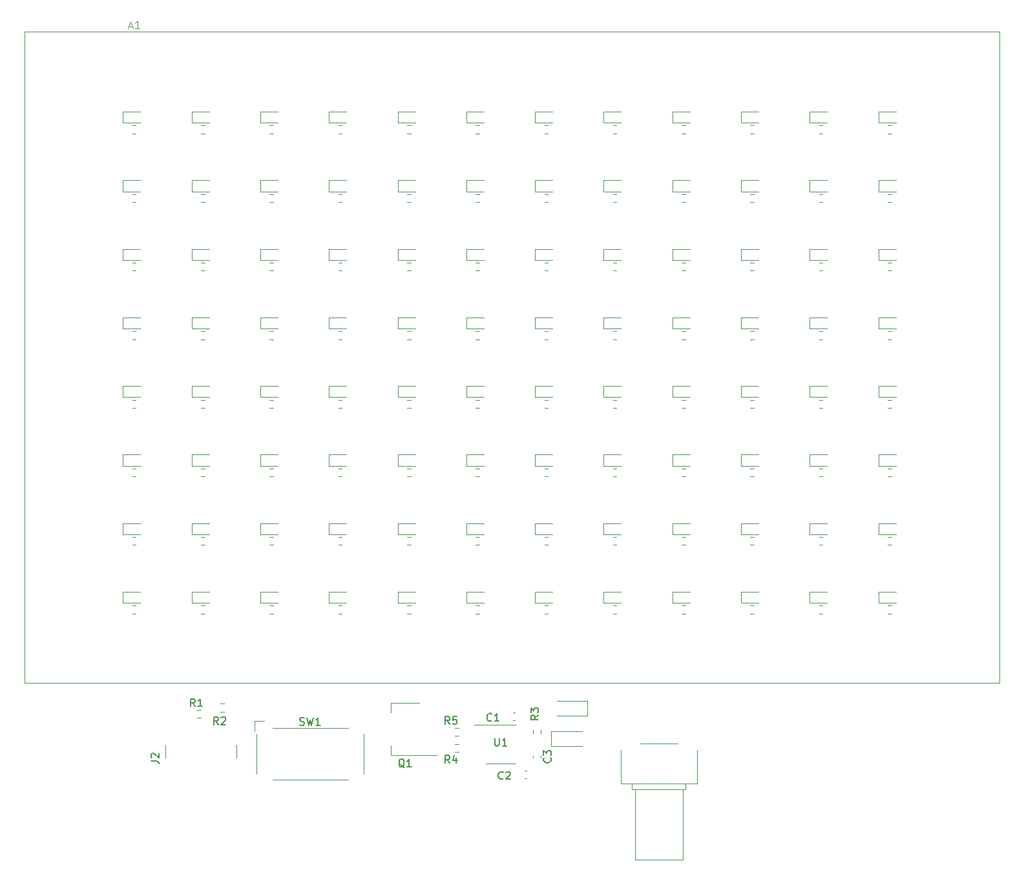
<source format=gbr>
%TF.GenerationSoftware,KiCad,Pcbnew,7.0.10*%
%TF.CreationDate,2024-06-08T12:57:56-05:00*%
%TF.ProjectId,viewer_rev2,76696577-6572-45f7-9265-76322e6b6963,rev?*%
%TF.SameCoordinates,PX62b48e0PY1ba8140*%
%TF.FileFunction,Legend,Top*%
%TF.FilePolarity,Positive*%
%FSLAX46Y46*%
G04 Gerber Fmt 4.6, Leading zero omitted, Abs format (unit mm)*
G04 Created by KiCad (PCBNEW 7.0.10) date 2024-06-08 12:57:56*
%MOMM*%
%LPD*%
G01*
G04 APERTURE LIST*
%ADD10C,0.050000*%
%ADD11C,0.100000*%
%ADD12C,0.150000*%
%ADD13C,0.120000*%
G04 APERTURE END LIST*
D10*
X120000Y-9000000D02*
X127880000Y-9000000D01*
X127880000Y-94480000D01*
X120000Y-94480000D01*
X120000Y-9000000D01*
D11*
X13756265Y-8336704D02*
X14232455Y-8336704D01*
X13661027Y-8622419D02*
X13994360Y-7622419D01*
X13994360Y-7622419D02*
X14327693Y-8622419D01*
X15184836Y-8622419D02*
X14613408Y-8622419D01*
X14899122Y-8622419D02*
X14899122Y-7622419D01*
X14899122Y-7622419D02*
X14803884Y-7765276D01*
X14803884Y-7765276D02*
X14708646Y-7860514D01*
X14708646Y-7860514D02*
X14613408Y-7908133D01*
D12*
X67454819Y-98666666D02*
X66978628Y-98999999D01*
X67454819Y-99238094D02*
X66454819Y-99238094D01*
X66454819Y-99238094D02*
X66454819Y-98857142D01*
X66454819Y-98857142D02*
X66502438Y-98761904D01*
X66502438Y-98761904D02*
X66550057Y-98714285D01*
X66550057Y-98714285D02*
X66645295Y-98666666D01*
X66645295Y-98666666D02*
X66788152Y-98666666D01*
X66788152Y-98666666D02*
X66883390Y-98714285D01*
X66883390Y-98714285D02*
X66931009Y-98761904D01*
X66931009Y-98761904D02*
X66978628Y-98857142D01*
X66978628Y-98857142D02*
X66978628Y-99238094D01*
X66454819Y-98333332D02*
X66454819Y-97714285D01*
X66454819Y-97714285D02*
X66835771Y-98047618D01*
X66835771Y-98047618D02*
X66835771Y-97904761D01*
X66835771Y-97904761D02*
X66883390Y-97809523D01*
X66883390Y-97809523D02*
X66931009Y-97761904D01*
X66931009Y-97761904D02*
X67026247Y-97714285D01*
X67026247Y-97714285D02*
X67264342Y-97714285D01*
X67264342Y-97714285D02*
X67359580Y-97761904D01*
X67359580Y-97761904D02*
X67407200Y-97809523D01*
X67407200Y-97809523D02*
X67454819Y-97904761D01*
X67454819Y-97904761D02*
X67454819Y-98190475D01*
X67454819Y-98190475D02*
X67407200Y-98285713D01*
X67407200Y-98285713D02*
X67359580Y-98333332D01*
X62833333Y-106994580D02*
X62785714Y-107042200D01*
X62785714Y-107042200D02*
X62642857Y-107089819D01*
X62642857Y-107089819D02*
X62547619Y-107089819D01*
X62547619Y-107089819D02*
X62404762Y-107042200D01*
X62404762Y-107042200D02*
X62309524Y-106946961D01*
X62309524Y-106946961D02*
X62261905Y-106851723D01*
X62261905Y-106851723D02*
X62214286Y-106661247D01*
X62214286Y-106661247D02*
X62214286Y-106518390D01*
X62214286Y-106518390D02*
X62261905Y-106327914D01*
X62261905Y-106327914D02*
X62309524Y-106232676D01*
X62309524Y-106232676D02*
X62404762Y-106137438D01*
X62404762Y-106137438D02*
X62547619Y-106089819D01*
X62547619Y-106089819D02*
X62642857Y-106089819D01*
X62642857Y-106089819D02*
X62785714Y-106137438D01*
X62785714Y-106137438D02*
X62833333Y-106185057D01*
X63214286Y-106185057D02*
X63261905Y-106137438D01*
X63261905Y-106137438D02*
X63357143Y-106089819D01*
X63357143Y-106089819D02*
X63595238Y-106089819D01*
X63595238Y-106089819D02*
X63690476Y-106137438D01*
X63690476Y-106137438D02*
X63738095Y-106185057D01*
X63738095Y-106185057D02*
X63785714Y-106280295D01*
X63785714Y-106280295D02*
X63785714Y-106375533D01*
X63785714Y-106375533D02*
X63738095Y-106518390D01*
X63738095Y-106518390D02*
X63166667Y-107089819D01*
X63166667Y-107089819D02*
X63785714Y-107089819D01*
X55833333Y-99854819D02*
X55500000Y-99378628D01*
X55261905Y-99854819D02*
X55261905Y-98854819D01*
X55261905Y-98854819D02*
X55642857Y-98854819D01*
X55642857Y-98854819D02*
X55738095Y-98902438D01*
X55738095Y-98902438D02*
X55785714Y-98950057D01*
X55785714Y-98950057D02*
X55833333Y-99045295D01*
X55833333Y-99045295D02*
X55833333Y-99188152D01*
X55833333Y-99188152D02*
X55785714Y-99283390D01*
X55785714Y-99283390D02*
X55738095Y-99331009D01*
X55738095Y-99331009D02*
X55642857Y-99378628D01*
X55642857Y-99378628D02*
X55261905Y-99378628D01*
X56738095Y-98854819D02*
X56261905Y-98854819D01*
X56261905Y-98854819D02*
X56214286Y-99331009D01*
X56214286Y-99331009D02*
X56261905Y-99283390D01*
X56261905Y-99283390D02*
X56357143Y-99235771D01*
X56357143Y-99235771D02*
X56595238Y-99235771D01*
X56595238Y-99235771D02*
X56690476Y-99283390D01*
X56690476Y-99283390D02*
X56738095Y-99331009D01*
X56738095Y-99331009D02*
X56785714Y-99426247D01*
X56785714Y-99426247D02*
X56785714Y-99664342D01*
X56785714Y-99664342D02*
X56738095Y-99759580D01*
X56738095Y-99759580D02*
X56690476Y-99807200D01*
X56690476Y-99807200D02*
X56595238Y-99854819D01*
X56595238Y-99854819D02*
X56357143Y-99854819D01*
X56357143Y-99854819D02*
X56261905Y-99807200D01*
X56261905Y-99807200D02*
X56214286Y-99759580D01*
X61333333Y-99359580D02*
X61285714Y-99407200D01*
X61285714Y-99407200D02*
X61142857Y-99454819D01*
X61142857Y-99454819D02*
X61047619Y-99454819D01*
X61047619Y-99454819D02*
X60904762Y-99407200D01*
X60904762Y-99407200D02*
X60809524Y-99311961D01*
X60809524Y-99311961D02*
X60761905Y-99216723D01*
X60761905Y-99216723D02*
X60714286Y-99026247D01*
X60714286Y-99026247D02*
X60714286Y-98883390D01*
X60714286Y-98883390D02*
X60761905Y-98692914D01*
X60761905Y-98692914D02*
X60809524Y-98597676D01*
X60809524Y-98597676D02*
X60904762Y-98502438D01*
X60904762Y-98502438D02*
X61047619Y-98454819D01*
X61047619Y-98454819D02*
X61142857Y-98454819D01*
X61142857Y-98454819D02*
X61285714Y-98502438D01*
X61285714Y-98502438D02*
X61333333Y-98550057D01*
X62285714Y-99454819D02*
X61714286Y-99454819D01*
X62000000Y-99454819D02*
X62000000Y-98454819D01*
X62000000Y-98454819D02*
X61904762Y-98597676D01*
X61904762Y-98597676D02*
X61809524Y-98692914D01*
X61809524Y-98692914D02*
X61714286Y-98740533D01*
X22458333Y-97524819D02*
X22125000Y-97048628D01*
X21886905Y-97524819D02*
X21886905Y-96524819D01*
X21886905Y-96524819D02*
X22267857Y-96524819D01*
X22267857Y-96524819D02*
X22363095Y-96572438D01*
X22363095Y-96572438D02*
X22410714Y-96620057D01*
X22410714Y-96620057D02*
X22458333Y-96715295D01*
X22458333Y-96715295D02*
X22458333Y-96858152D01*
X22458333Y-96858152D02*
X22410714Y-96953390D01*
X22410714Y-96953390D02*
X22363095Y-97001009D01*
X22363095Y-97001009D02*
X22267857Y-97048628D01*
X22267857Y-97048628D02*
X21886905Y-97048628D01*
X23410714Y-97524819D02*
X22839286Y-97524819D01*
X23125000Y-97524819D02*
X23125000Y-96524819D01*
X23125000Y-96524819D02*
X23029762Y-96667676D01*
X23029762Y-96667676D02*
X22934524Y-96762914D01*
X22934524Y-96762914D02*
X22839286Y-96810533D01*
X49904761Y-105550057D02*
X49809523Y-105502438D01*
X49809523Y-105502438D02*
X49714285Y-105407200D01*
X49714285Y-105407200D02*
X49571428Y-105264342D01*
X49571428Y-105264342D02*
X49476190Y-105216723D01*
X49476190Y-105216723D02*
X49380952Y-105216723D01*
X49428571Y-105454819D02*
X49333333Y-105407200D01*
X49333333Y-105407200D02*
X49238095Y-105311961D01*
X49238095Y-105311961D02*
X49190476Y-105121485D01*
X49190476Y-105121485D02*
X49190476Y-104788152D01*
X49190476Y-104788152D02*
X49238095Y-104597676D01*
X49238095Y-104597676D02*
X49333333Y-104502438D01*
X49333333Y-104502438D02*
X49428571Y-104454819D01*
X49428571Y-104454819D02*
X49619047Y-104454819D01*
X49619047Y-104454819D02*
X49714285Y-104502438D01*
X49714285Y-104502438D02*
X49809523Y-104597676D01*
X49809523Y-104597676D02*
X49857142Y-104788152D01*
X49857142Y-104788152D02*
X49857142Y-105121485D01*
X49857142Y-105121485D02*
X49809523Y-105311961D01*
X49809523Y-105311961D02*
X49714285Y-105407200D01*
X49714285Y-105407200D02*
X49619047Y-105454819D01*
X49619047Y-105454819D02*
X49428571Y-105454819D01*
X50809523Y-105454819D02*
X50238095Y-105454819D01*
X50523809Y-105454819D02*
X50523809Y-104454819D01*
X50523809Y-104454819D02*
X50428571Y-104597676D01*
X50428571Y-104597676D02*
X50333333Y-104692914D01*
X50333333Y-104692914D02*
X50238095Y-104740533D01*
X36209167Y-99957200D02*
X36352024Y-100004819D01*
X36352024Y-100004819D02*
X36590119Y-100004819D01*
X36590119Y-100004819D02*
X36685357Y-99957200D01*
X36685357Y-99957200D02*
X36732976Y-99909580D01*
X36732976Y-99909580D02*
X36780595Y-99814342D01*
X36780595Y-99814342D02*
X36780595Y-99719104D01*
X36780595Y-99719104D02*
X36732976Y-99623866D01*
X36732976Y-99623866D02*
X36685357Y-99576247D01*
X36685357Y-99576247D02*
X36590119Y-99528628D01*
X36590119Y-99528628D02*
X36399643Y-99481009D01*
X36399643Y-99481009D02*
X36304405Y-99433390D01*
X36304405Y-99433390D02*
X36256786Y-99385771D01*
X36256786Y-99385771D02*
X36209167Y-99290533D01*
X36209167Y-99290533D02*
X36209167Y-99195295D01*
X36209167Y-99195295D02*
X36256786Y-99100057D01*
X36256786Y-99100057D02*
X36304405Y-99052438D01*
X36304405Y-99052438D02*
X36399643Y-99004819D01*
X36399643Y-99004819D02*
X36637738Y-99004819D01*
X36637738Y-99004819D02*
X36780595Y-99052438D01*
X37113929Y-99004819D02*
X37352024Y-100004819D01*
X37352024Y-100004819D02*
X37542500Y-99290533D01*
X37542500Y-99290533D02*
X37732976Y-100004819D01*
X37732976Y-100004819D02*
X37971072Y-99004819D01*
X38875833Y-100004819D02*
X38304405Y-100004819D01*
X38590119Y-100004819D02*
X38590119Y-99004819D01*
X38590119Y-99004819D02*
X38494881Y-99147676D01*
X38494881Y-99147676D02*
X38399643Y-99242914D01*
X38399643Y-99242914D02*
X38304405Y-99290533D01*
X55833333Y-104954819D02*
X55500000Y-104478628D01*
X55261905Y-104954819D02*
X55261905Y-103954819D01*
X55261905Y-103954819D02*
X55642857Y-103954819D01*
X55642857Y-103954819D02*
X55738095Y-104002438D01*
X55738095Y-104002438D02*
X55785714Y-104050057D01*
X55785714Y-104050057D02*
X55833333Y-104145295D01*
X55833333Y-104145295D02*
X55833333Y-104288152D01*
X55833333Y-104288152D02*
X55785714Y-104383390D01*
X55785714Y-104383390D02*
X55738095Y-104431009D01*
X55738095Y-104431009D02*
X55642857Y-104478628D01*
X55642857Y-104478628D02*
X55261905Y-104478628D01*
X56690476Y-104288152D02*
X56690476Y-104954819D01*
X56452381Y-103907200D02*
X56214286Y-104621485D01*
X56214286Y-104621485D02*
X56833333Y-104621485D01*
X25508333Y-99904819D02*
X25175000Y-99428628D01*
X24936905Y-99904819D02*
X24936905Y-98904819D01*
X24936905Y-98904819D02*
X25317857Y-98904819D01*
X25317857Y-98904819D02*
X25413095Y-98952438D01*
X25413095Y-98952438D02*
X25460714Y-99000057D01*
X25460714Y-99000057D02*
X25508333Y-99095295D01*
X25508333Y-99095295D02*
X25508333Y-99238152D01*
X25508333Y-99238152D02*
X25460714Y-99333390D01*
X25460714Y-99333390D02*
X25413095Y-99381009D01*
X25413095Y-99381009D02*
X25317857Y-99428628D01*
X25317857Y-99428628D02*
X24936905Y-99428628D01*
X25889286Y-99000057D02*
X25936905Y-98952438D01*
X25936905Y-98952438D02*
X26032143Y-98904819D01*
X26032143Y-98904819D02*
X26270238Y-98904819D01*
X26270238Y-98904819D02*
X26365476Y-98952438D01*
X26365476Y-98952438D02*
X26413095Y-99000057D01*
X26413095Y-99000057D02*
X26460714Y-99095295D01*
X26460714Y-99095295D02*
X26460714Y-99190533D01*
X26460714Y-99190533D02*
X26413095Y-99333390D01*
X26413095Y-99333390D02*
X25841667Y-99904819D01*
X25841667Y-99904819D02*
X26460714Y-99904819D01*
X16704819Y-104683333D02*
X17419104Y-104683333D01*
X17419104Y-104683333D02*
X17561961Y-104730952D01*
X17561961Y-104730952D02*
X17657200Y-104826190D01*
X17657200Y-104826190D02*
X17704819Y-104969047D01*
X17704819Y-104969047D02*
X17704819Y-105064285D01*
X16800057Y-104254761D02*
X16752438Y-104207142D01*
X16752438Y-104207142D02*
X16704819Y-104111904D01*
X16704819Y-104111904D02*
X16704819Y-103873809D01*
X16704819Y-103873809D02*
X16752438Y-103778571D01*
X16752438Y-103778571D02*
X16800057Y-103730952D01*
X16800057Y-103730952D02*
X16895295Y-103683333D01*
X16895295Y-103683333D02*
X16990533Y-103683333D01*
X16990533Y-103683333D02*
X17133390Y-103730952D01*
X17133390Y-103730952D02*
X17704819Y-104302380D01*
X17704819Y-104302380D02*
X17704819Y-103683333D01*
X61738095Y-101704819D02*
X61738095Y-102514342D01*
X61738095Y-102514342D02*
X61785714Y-102609580D01*
X61785714Y-102609580D02*
X61833333Y-102657200D01*
X61833333Y-102657200D02*
X61928571Y-102704819D01*
X61928571Y-102704819D02*
X62119047Y-102704819D01*
X62119047Y-102704819D02*
X62214285Y-102657200D01*
X62214285Y-102657200D02*
X62261904Y-102609580D01*
X62261904Y-102609580D02*
X62309523Y-102514342D01*
X62309523Y-102514342D02*
X62309523Y-101704819D01*
X63309523Y-102704819D02*
X62738095Y-102704819D01*
X63023809Y-102704819D02*
X63023809Y-101704819D01*
X63023809Y-101704819D02*
X62928571Y-101847676D01*
X62928571Y-101847676D02*
X62833333Y-101942914D01*
X62833333Y-101942914D02*
X62738095Y-101990533D01*
X69039580Y-104281666D02*
X69087200Y-104329285D01*
X69087200Y-104329285D02*
X69134819Y-104472142D01*
X69134819Y-104472142D02*
X69134819Y-104567380D01*
X69134819Y-104567380D02*
X69087200Y-104710237D01*
X69087200Y-104710237D02*
X68991961Y-104805475D01*
X68991961Y-104805475D02*
X68896723Y-104853094D01*
X68896723Y-104853094D02*
X68706247Y-104900713D01*
X68706247Y-104900713D02*
X68563390Y-104900713D01*
X68563390Y-104900713D02*
X68372914Y-104853094D01*
X68372914Y-104853094D02*
X68277676Y-104805475D01*
X68277676Y-104805475D02*
X68182438Y-104710237D01*
X68182438Y-104710237D02*
X68134819Y-104567380D01*
X68134819Y-104567380D02*
X68134819Y-104472142D01*
X68134819Y-104472142D02*
X68182438Y-104329285D01*
X68182438Y-104329285D02*
X68230057Y-104281666D01*
X68134819Y-103948332D02*
X68134819Y-103329285D01*
X68134819Y-103329285D02*
X68515771Y-103662618D01*
X68515771Y-103662618D02*
X68515771Y-103519761D01*
X68515771Y-103519761D02*
X68563390Y-103424523D01*
X68563390Y-103424523D02*
X68611009Y-103376904D01*
X68611009Y-103376904D02*
X68706247Y-103329285D01*
X68706247Y-103329285D02*
X68944342Y-103329285D01*
X68944342Y-103329285D02*
X69039580Y-103376904D01*
X69039580Y-103376904D02*
X69087200Y-103424523D01*
X69087200Y-103424523D02*
X69134819Y-103519761D01*
X69134819Y-103519761D02*
X69134819Y-103805475D01*
X69134819Y-103805475D02*
X69087200Y-103900713D01*
X69087200Y-103900713D02*
X69039580Y-103948332D01*
D13*
%TO.C,R18*%
X14237742Y-30317500D02*
X14712258Y-30317500D01*
X14237742Y-31362500D02*
X14712258Y-31362500D01*
%TO.C,D43*%
X49015000Y-46505000D02*
X49015000Y-47975000D01*
X49015000Y-47975000D02*
X51300000Y-47975000D01*
X51300000Y-46505000D02*
X49015000Y-46505000D01*
%TO.C,R3*%
X67772500Y-100627742D02*
X67772500Y-101102258D01*
X66727500Y-100627742D02*
X66727500Y-101102258D01*
%TO.C,D77*%
X31015000Y-73505000D02*
X31015000Y-74975000D01*
X31015000Y-74975000D02*
X33300000Y-74975000D01*
X33300000Y-73505000D02*
X31015000Y-73505000D01*
%TO.C,D76*%
X22015000Y-73505000D02*
X22015000Y-74975000D01*
X22015000Y-74975000D02*
X24300000Y-74975000D01*
X24300000Y-73505000D02*
X22015000Y-73505000D01*
%TO.C,R26*%
X86237742Y-30317500D02*
X86712258Y-30317500D01*
X86237742Y-31362500D02*
X86712258Y-31362500D01*
%TO.C,R59*%
X59237742Y-57317500D02*
X59712258Y-57317500D01*
X59237742Y-58362500D02*
X59712258Y-58362500D01*
%TO.C,R6*%
X14237742Y-21317500D02*
X14712258Y-21317500D01*
X14237742Y-22362500D02*
X14712258Y-22362500D01*
%TO.C,D61*%
X103015000Y-55505000D02*
X103015000Y-56975000D01*
X103015000Y-56975000D02*
X105300000Y-56975000D01*
X105300000Y-55505000D02*
X103015000Y-55505000D01*
%TO.C,R90*%
X14237742Y-84317500D02*
X14712258Y-84317500D01*
X14237742Y-85362500D02*
X14712258Y-85362500D01*
%TO.C,R70*%
X50237742Y-66317500D02*
X50712258Y-66317500D01*
X50237742Y-67362500D02*
X50712258Y-67362500D01*
%TO.C,D23*%
X85015000Y-28505000D02*
X85015000Y-29975000D01*
X85015000Y-29975000D02*
X87300000Y-29975000D01*
X87300000Y-28505000D02*
X85015000Y-28505000D01*
%TO.C,R63*%
X95237742Y-57317500D02*
X95712258Y-57317500D01*
X95237742Y-58362500D02*
X95712258Y-58362500D01*
%TO.C,C2*%
X65609420Y-105990000D02*
X65890580Y-105990000D01*
X65609420Y-107010000D02*
X65890580Y-107010000D01*
%TO.C,R5*%
X56512742Y-100377500D02*
X56987258Y-100377500D01*
X56512742Y-101422500D02*
X56987258Y-101422500D01*
%TO.C,R11*%
X59237742Y-21317500D02*
X59712258Y-21317500D01*
X59237742Y-22362500D02*
X59712258Y-22362500D01*
%TO.C,D70*%
X76015000Y-64505000D02*
X76015000Y-65975000D01*
X76015000Y-65975000D02*
X78300000Y-65975000D01*
X78300000Y-64505000D02*
X76015000Y-64505000D01*
%TO.C,R79*%
X23237742Y-75317500D02*
X23712258Y-75317500D01*
X23237742Y-76362500D02*
X23712258Y-76362500D01*
%TO.C,R80*%
X32237742Y-75317500D02*
X32712258Y-75317500D01*
X32237742Y-76362500D02*
X32712258Y-76362500D01*
%TO.C,R33*%
X41237742Y-39317500D02*
X41712258Y-39317500D01*
X41237742Y-40362500D02*
X41712258Y-40362500D01*
%TO.C,D17*%
X31015000Y-28505000D02*
X31015000Y-29975000D01*
X31015000Y-29975000D02*
X33300000Y-29975000D01*
X33300000Y-28505000D02*
X31015000Y-28505000D01*
%TO.C,D81*%
X67015000Y-73505000D02*
X67015000Y-74975000D01*
X67015000Y-74975000D02*
X69300000Y-74975000D01*
X69300000Y-73505000D02*
X67015000Y-73505000D01*
%TO.C,D6*%
X40015000Y-19505000D02*
X40015000Y-20975000D01*
X40015000Y-20975000D02*
X42300000Y-20975000D01*
X42300000Y-19505000D02*
X40015000Y-19505000D01*
%TO.C,C1*%
X64415580Y-99375000D02*
X64134420Y-99375000D01*
X64415580Y-98355000D02*
X64134420Y-98355000D01*
%TO.C,D2*%
X69140000Y-100750000D02*
X69140000Y-102750000D01*
X69140000Y-100750000D02*
X73150000Y-100750000D01*
X69140000Y-102750000D02*
X73150000Y-102750000D01*
%TO.C,D68*%
X58015000Y-64505000D02*
X58015000Y-65975000D01*
X58015000Y-65975000D02*
X60300000Y-65975000D01*
X60300000Y-64505000D02*
X58015000Y-64505000D01*
%TO.C,R19*%
X23237742Y-30317500D02*
X23712258Y-30317500D01*
X23237742Y-31362500D02*
X23712258Y-31362500D01*
%TO.C,D53*%
X31015000Y-55505000D02*
X31015000Y-56975000D01*
X31015000Y-56975000D02*
X33300000Y-56975000D01*
X33300000Y-55505000D02*
X31015000Y-55505000D01*
%TO.C,R34*%
X50237742Y-39317500D02*
X50712258Y-39317500D01*
X50237742Y-40362500D02*
X50712258Y-40362500D01*
%TO.C,R42*%
X14237742Y-48317500D02*
X14712258Y-48317500D01*
X14237742Y-49362500D02*
X14712258Y-49362500D01*
%TO.C,R1*%
X22762742Y-97977500D02*
X23237258Y-97977500D01*
X22762742Y-99022500D02*
X23237258Y-99022500D01*
%TO.C,Q1*%
X54100000Y-103910000D02*
X48090000Y-103910000D01*
X51850000Y-97090000D02*
X48090000Y-97090000D01*
X48090000Y-103910000D02*
X48090000Y-102650000D01*
X48090000Y-97090000D02*
X48090000Y-98350000D01*
%TO.C,R44*%
X32237742Y-48317500D02*
X32712258Y-48317500D01*
X32237742Y-49362500D02*
X32712258Y-49362500D01*
%TO.C,D27*%
X13015000Y-37505000D02*
X13015000Y-38975000D01*
X13015000Y-38975000D02*
X15300000Y-38975000D01*
X15300000Y-37505000D02*
X13015000Y-37505000D01*
%TO.C,R52*%
X104237742Y-48317500D02*
X104712258Y-48317500D01*
X104237742Y-49362500D02*
X104712258Y-49362500D01*
%TO.C,R32*%
X32237742Y-39317500D02*
X32712258Y-39317500D01*
X32237742Y-40362500D02*
X32712258Y-40362500D01*
%TO.C,R50*%
X86237742Y-48317500D02*
X86712258Y-48317500D01*
X86237742Y-49362500D02*
X86712258Y-49362500D01*
%TO.C,D64*%
X22015000Y-64505000D02*
X22015000Y-65975000D01*
X22015000Y-65975000D02*
X24300000Y-65975000D01*
X24300000Y-64505000D02*
X22015000Y-64505000D01*
%TO.C,D78*%
X40015000Y-73505000D02*
X40015000Y-74975000D01*
X40015000Y-74975000D02*
X42300000Y-74975000D01*
X42300000Y-73505000D02*
X40015000Y-73505000D01*
%TO.C,D34*%
X76015000Y-37505000D02*
X76015000Y-38975000D01*
X76015000Y-38975000D02*
X78300000Y-38975000D01*
X78300000Y-37505000D02*
X76015000Y-37505000D01*
%TO.C,R47*%
X59237742Y-48317500D02*
X59712258Y-48317500D01*
X59237742Y-49362500D02*
X59712258Y-49362500D01*
%TO.C,D9*%
X67015000Y-19505000D02*
X67015000Y-20975000D01*
X67015000Y-20975000D02*
X69300000Y-20975000D01*
X69300000Y-19505000D02*
X67015000Y-19505000D01*
%TO.C,R30*%
X14237742Y-39317500D02*
X14712258Y-39317500D01*
X14237742Y-40362500D02*
X14712258Y-40362500D01*
%TO.C,D75*%
X13015000Y-73505000D02*
X13015000Y-74975000D01*
X13015000Y-74975000D02*
X15300000Y-74975000D01*
X15300000Y-73505000D02*
X13015000Y-73505000D01*
%TO.C,D69*%
X67015000Y-64505000D02*
X67015000Y-65975000D01*
X67015000Y-65975000D02*
X69300000Y-65975000D01*
X69300000Y-64505000D02*
X67015000Y-64505000D01*
%TO.C,R40*%
X104237742Y-39317500D02*
X104712258Y-39317500D01*
X104237742Y-40362500D02*
X104712258Y-40362500D01*
%TO.C,R94*%
X50237742Y-84317500D02*
X50712258Y-84317500D01*
X50237742Y-85362500D02*
X50712258Y-85362500D01*
%TO.C,R97*%
X77237742Y-84317500D02*
X77712258Y-84317500D01*
X77237742Y-85362500D02*
X77712258Y-85362500D01*
%TO.C,R38*%
X86237742Y-39317500D02*
X86712258Y-39317500D01*
X86237742Y-40362500D02*
X86712258Y-40362500D01*
%TO.C,D67*%
X49015000Y-64505000D02*
X49015000Y-65975000D01*
X49015000Y-65975000D02*
X51300000Y-65975000D01*
X51300000Y-64505000D02*
X49015000Y-64505000D01*
%TO.C,R16*%
X104237742Y-21317500D02*
X104712258Y-21317500D01*
X104237742Y-22362500D02*
X104712258Y-22362500D01*
%TO.C,R89*%
X113237742Y-75317500D02*
X113712258Y-75317500D01*
X113237742Y-76362500D02*
X113712258Y-76362500D01*
%TO.C,D31*%
X49015000Y-37505000D02*
X49015000Y-38975000D01*
X49015000Y-38975000D02*
X51300000Y-38975000D01*
X51300000Y-37505000D02*
X49015000Y-37505000D01*
%TO.C,D28*%
X22015000Y-37505000D02*
X22015000Y-38975000D01*
X22015000Y-38975000D02*
X24300000Y-38975000D01*
X24300000Y-37505000D02*
X22015000Y-37505000D01*
%TO.C,R61*%
X77237742Y-57317500D02*
X77712258Y-57317500D01*
X77237742Y-58362500D02*
X77712258Y-58362500D01*
%TO.C,R66*%
X14237742Y-66317500D02*
X14712258Y-66317500D01*
X14237742Y-67362500D02*
X14712258Y-67362500D01*
%TO.C,SW1*%
X30242500Y-99450000D02*
X31542500Y-99450000D01*
X30242500Y-100750000D02*
X30242500Y-99450000D01*
X30542500Y-106350000D02*
X30542500Y-101150000D01*
X32592500Y-100400000D02*
X42492500Y-100400000D01*
X42492500Y-107100000D02*
X32592500Y-107100000D01*
X44542500Y-101150000D02*
X44542500Y-106350000D01*
%TO.C,D82*%
X76015000Y-73505000D02*
X76015000Y-74975000D01*
X76015000Y-74975000D02*
X78300000Y-74975000D01*
X78300000Y-73505000D02*
X76015000Y-73505000D01*
%TO.C,D54*%
X40015000Y-55505000D02*
X40015000Y-56975000D01*
X40015000Y-56975000D02*
X42300000Y-56975000D01*
X42300000Y-55505000D02*
X40015000Y-55505000D01*
%TO.C,D44*%
X58015000Y-46505000D02*
X58015000Y-47975000D01*
X58015000Y-47975000D02*
X60300000Y-47975000D01*
X60300000Y-46505000D02*
X58015000Y-46505000D01*
%TO.C,D66*%
X40015000Y-64505000D02*
X40015000Y-65975000D01*
X40015000Y-65975000D02*
X42300000Y-65975000D01*
X42300000Y-64505000D02*
X40015000Y-64505000D01*
%TO.C,R4*%
X56987258Y-103522500D02*
X56512742Y-103522500D01*
X56987258Y-102477500D02*
X56512742Y-102477500D01*
%TO.C,R81*%
X41237742Y-75317500D02*
X41712258Y-75317500D01*
X41237742Y-76362500D02*
X41712258Y-76362500D01*
%TO.C,R14*%
X86237742Y-21317500D02*
X86712258Y-21317500D01*
X86237742Y-22362500D02*
X86712258Y-22362500D01*
%TO.C,D4*%
X22015000Y-19505000D02*
X22015000Y-20975000D01*
X22015000Y-20975000D02*
X24300000Y-20975000D01*
X24300000Y-19505000D02*
X22015000Y-19505000D01*
%TO.C,R93*%
X41237742Y-84317500D02*
X41712258Y-84317500D01*
X41237742Y-85362500D02*
X41712258Y-85362500D01*
%TO.C,R78*%
X14237742Y-75317500D02*
X14712258Y-75317500D01*
X14237742Y-76362500D02*
X14712258Y-76362500D01*
%TO.C,D98*%
X112015000Y-82505000D02*
X112015000Y-83975000D01*
X112015000Y-83975000D02*
X114300000Y-83975000D01*
X114300000Y-82505000D02*
X112015000Y-82505000D01*
%TO.C,D24*%
X94015000Y-28505000D02*
X94015000Y-29975000D01*
X94015000Y-29975000D02*
X96300000Y-29975000D01*
X96300000Y-28505000D02*
X94015000Y-28505000D01*
%TO.C,D1*%
X73860000Y-98800000D02*
X73860000Y-96800000D01*
X73860000Y-98800000D02*
X69850000Y-98800000D01*
X73860000Y-96800000D02*
X69850000Y-96800000D01*
%TO.C,R100*%
X104237742Y-84317500D02*
X104712258Y-84317500D01*
X104237742Y-85362500D02*
X104712258Y-85362500D01*
%TO.C,D85*%
X103015000Y-73505000D02*
X103015000Y-74975000D01*
X103015000Y-74975000D02*
X105300000Y-74975000D01*
X105300000Y-73505000D02*
X103015000Y-73505000D01*
%TO.C,D20*%
X58015000Y-28505000D02*
X58015000Y-29975000D01*
X58015000Y-29975000D02*
X60300000Y-29975000D01*
X60300000Y-28505000D02*
X58015000Y-28505000D01*
%TO.C,D22*%
X76015000Y-28505000D02*
X76015000Y-29975000D01*
X76015000Y-29975000D02*
X78300000Y-29975000D01*
X78300000Y-28505000D02*
X76015000Y-28505000D01*
%TO.C,R95*%
X59237742Y-84317500D02*
X59712258Y-84317500D01*
X59237742Y-85362500D02*
X59712258Y-85362500D01*
%TO.C,D47*%
X85015000Y-46505000D02*
X85015000Y-47975000D01*
X85015000Y-47975000D02*
X87300000Y-47975000D01*
X87300000Y-46505000D02*
X85015000Y-46505000D01*
%TO.C,R27*%
X95237742Y-30317500D02*
X95712258Y-30317500D01*
X95237742Y-31362500D02*
X95712258Y-31362500D01*
%TO.C,R67*%
X23237742Y-66317500D02*
X23712258Y-66317500D01*
X23237742Y-67362500D02*
X23712258Y-67362500D01*
%TO.C,D62*%
X112015000Y-55505000D02*
X112015000Y-56975000D01*
X112015000Y-56975000D02*
X114300000Y-56975000D01*
X114300000Y-55505000D02*
X112015000Y-55505000D01*
%TO.C,D79*%
X49015000Y-73505000D02*
X49015000Y-74975000D01*
X49015000Y-74975000D02*
X51300000Y-74975000D01*
X51300000Y-73505000D02*
X49015000Y-73505000D01*
%TO.C,R71*%
X59237742Y-66317500D02*
X59712258Y-66317500D01*
X59237742Y-67362500D02*
X59712258Y-67362500D01*
%TO.C,R60*%
X68237742Y-57317500D02*
X68712258Y-57317500D01*
X68237742Y-58362500D02*
X68712258Y-58362500D01*
%TO.C,R77*%
X113237742Y-66317500D02*
X113712258Y-66317500D01*
X113237742Y-67362500D02*
X113712258Y-67362500D01*
%TO.C,D49*%
X103015000Y-46505000D02*
X103015000Y-47975000D01*
X103015000Y-47975000D02*
X105300000Y-47975000D01*
X105300000Y-46505000D02*
X103015000Y-46505000D01*
%TO.C,D3*%
X13015000Y-19505000D02*
X13015000Y-20975000D01*
X13015000Y-20975000D02*
X15300000Y-20975000D01*
X15300000Y-19505000D02*
X13015000Y-19505000D01*
%TO.C,RV1*%
X85694000Y-102380000D02*
X80805000Y-102380000D01*
X88220000Y-103255000D02*
X88220000Y-107620000D01*
X78280000Y-103255000D02*
X78280000Y-107620000D01*
X88220000Y-107620000D02*
X78280000Y-107620000D01*
X86770000Y-107620000D02*
X79730000Y-107620000D01*
X86770000Y-107620000D02*
X86770000Y-108420000D01*
X79730000Y-107620000D02*
X79730000Y-108420000D01*
X86770000Y-108420000D02*
X79730000Y-108420000D01*
X86370000Y-108420000D02*
X80130000Y-108420000D01*
X86370000Y-108420000D02*
X86370000Y-117620000D01*
X80130000Y-108420000D02*
X80130000Y-117620000D01*
X86370000Y-117620000D02*
X80130000Y-117620000D01*
%TO.C,R29*%
X113237742Y-30317500D02*
X113712258Y-30317500D01*
X113237742Y-31362500D02*
X113712258Y-31362500D01*
%TO.C,D90*%
X40015000Y-82505000D02*
X40015000Y-83975000D01*
X40015000Y-83975000D02*
X42300000Y-83975000D01*
X42300000Y-82505000D02*
X40015000Y-82505000D01*
%TO.C,R58*%
X50237742Y-57317500D02*
X50712258Y-57317500D01*
X50237742Y-58362500D02*
X50712258Y-58362500D01*
%TO.C,D57*%
X67015000Y-55505000D02*
X67015000Y-56975000D01*
X67015000Y-56975000D02*
X69300000Y-56975000D01*
X69300000Y-55505000D02*
X67015000Y-55505000D01*
%TO.C,R12*%
X68237742Y-21317500D02*
X68712258Y-21317500D01*
X68237742Y-22362500D02*
X68712258Y-22362500D01*
%TO.C,R46*%
X50237742Y-48317500D02*
X50712258Y-48317500D01*
X50237742Y-49362500D02*
X50712258Y-49362500D01*
%TO.C,R2*%
X25812742Y-97177500D02*
X26287258Y-97177500D01*
X25812742Y-98222500D02*
X26287258Y-98222500D01*
%TO.C,R55*%
X23237742Y-57317500D02*
X23712258Y-57317500D01*
X23237742Y-58362500D02*
X23712258Y-58362500D01*
%TO.C,R65*%
X113237742Y-57317500D02*
X113712258Y-57317500D01*
X113237742Y-58362500D02*
X113712258Y-58362500D01*
%TO.C,D72*%
X94015000Y-64505000D02*
X94015000Y-65975000D01*
X94015000Y-65975000D02*
X96300000Y-65975000D01*
X96300000Y-64505000D02*
X94015000Y-64505000D01*
%TO.C,D58*%
X76015000Y-55505000D02*
X76015000Y-56975000D01*
X76015000Y-56975000D02*
X78300000Y-56975000D01*
X78300000Y-55505000D02*
X76015000Y-55505000D01*
%TO.C,D80*%
X58015000Y-73505000D02*
X58015000Y-74975000D01*
X58015000Y-74975000D02*
X60300000Y-74975000D01*
X60300000Y-73505000D02*
X58015000Y-73505000D01*
%TO.C,R72*%
X68237742Y-66317500D02*
X68712258Y-66317500D01*
X68237742Y-67362500D02*
X68712258Y-67362500D01*
%TO.C,D26*%
X112015000Y-28505000D02*
X112015000Y-29975000D01*
X112015000Y-29975000D02*
X114300000Y-29975000D01*
X114300000Y-28505000D02*
X112015000Y-28505000D01*
%TO.C,R53*%
X113237742Y-48317500D02*
X113712258Y-48317500D01*
X113237742Y-49362500D02*
X113712258Y-49362500D01*
%TO.C,D89*%
X31015000Y-82505000D02*
X31015000Y-83975000D01*
X31015000Y-83975000D02*
X33300000Y-83975000D01*
X33300000Y-82505000D02*
X31015000Y-82505000D01*
%TO.C,R51*%
X95237742Y-48317500D02*
X95712258Y-48317500D01*
X95237742Y-49362500D02*
X95712258Y-49362500D01*
%TO.C,D52*%
X22015000Y-55505000D02*
X22015000Y-56975000D01*
X22015000Y-56975000D02*
X24300000Y-56975000D01*
X24300000Y-55505000D02*
X22015000Y-55505000D01*
%TO.C,R85*%
X77237742Y-75317500D02*
X77712258Y-75317500D01*
X77237742Y-76362500D02*
X77712258Y-76362500D01*
%TO.C,R43*%
X23237742Y-48317500D02*
X23712258Y-48317500D01*
X23237742Y-49362500D02*
X23712258Y-49362500D01*
%TO.C,R62*%
X86237742Y-57317500D02*
X86712258Y-57317500D01*
X86237742Y-58362500D02*
X86712258Y-58362500D01*
%TO.C,D30*%
X40015000Y-37505000D02*
X40015000Y-38975000D01*
X40015000Y-38975000D02*
X42300000Y-38975000D01*
X42300000Y-37505000D02*
X40015000Y-37505000D01*
%TO.C,R48*%
X68237742Y-48317500D02*
X68712258Y-48317500D01*
X68237742Y-49362500D02*
X68712258Y-49362500D01*
%TO.C,R84*%
X68237742Y-75317500D02*
X68712258Y-75317500D01*
X68237742Y-76362500D02*
X68712258Y-76362500D01*
%TO.C,R9*%
X41237742Y-21317500D02*
X41712258Y-21317500D01*
X41237742Y-22362500D02*
X41712258Y-22362500D01*
%TO.C,D73*%
X103015000Y-64505000D02*
X103015000Y-65975000D01*
X103015000Y-65975000D02*
X105300000Y-65975000D01*
X105300000Y-64505000D02*
X103015000Y-64505000D01*
%TO.C,R8*%
X32237742Y-21317500D02*
X32712258Y-21317500D01*
X32237742Y-22362500D02*
X32712258Y-22362500D01*
%TO.C,D32*%
X58015000Y-37505000D02*
X58015000Y-38975000D01*
X58015000Y-38975000D02*
X60300000Y-38975000D01*
X60300000Y-37505000D02*
X58015000Y-37505000D01*
%TO.C,R64*%
X104237742Y-57317500D02*
X104712258Y-57317500D01*
X104237742Y-58362500D02*
X104712258Y-58362500D01*
%TO.C,D95*%
X85015000Y-82505000D02*
X85015000Y-83975000D01*
X85015000Y-83975000D02*
X87300000Y-83975000D01*
X87300000Y-82505000D02*
X85015000Y-82505000D01*
%TO.C,D19*%
X49015000Y-28505000D02*
X49015000Y-29975000D01*
X49015000Y-29975000D02*
X51300000Y-29975000D01*
X51300000Y-28505000D02*
X49015000Y-28505000D01*
%TO.C,D55*%
X49015000Y-55505000D02*
X49015000Y-56975000D01*
X49015000Y-56975000D02*
X51300000Y-56975000D01*
X51300000Y-55505000D02*
X49015000Y-55505000D01*
%TO.C,D8*%
X58015000Y-19505000D02*
X58015000Y-20975000D01*
X58015000Y-20975000D02*
X60300000Y-20975000D01*
X60300000Y-19505000D02*
X58015000Y-19505000D01*
%TO.C,R13*%
X77237742Y-21317500D02*
X77712258Y-21317500D01*
X77237742Y-22362500D02*
X77712258Y-22362500D01*
%TO.C,D83*%
X85015000Y-73505000D02*
X85015000Y-74975000D01*
X85015000Y-74975000D02*
X87300000Y-74975000D01*
X87300000Y-73505000D02*
X85015000Y-73505000D01*
%TO.C,R74*%
X86237742Y-66317500D02*
X86712258Y-66317500D01*
X86237742Y-67362500D02*
X86712258Y-67362500D01*
%TO.C,R35*%
X59237742Y-39317500D02*
X59712258Y-39317500D01*
X59237742Y-40362500D02*
X59712258Y-40362500D01*
%TO.C,D11*%
X85015000Y-19505000D02*
X85015000Y-20975000D01*
X85015000Y-20975000D02*
X87300000Y-20975000D01*
X87300000Y-19505000D02*
X85015000Y-19505000D01*
%TO.C,R99*%
X95237742Y-84317500D02*
X95712258Y-84317500D01*
X95237742Y-85362500D02*
X95712258Y-85362500D01*
%TO.C,D15*%
X13015000Y-28505000D02*
X13015000Y-29975000D01*
X13015000Y-29975000D02*
X15300000Y-29975000D01*
X15300000Y-28505000D02*
X13015000Y-28505000D01*
%TO.C,D29*%
X31015000Y-37505000D02*
X31015000Y-38975000D01*
X31015000Y-38975000D02*
X33300000Y-38975000D01*
X33300000Y-37505000D02*
X31015000Y-37505000D01*
%TO.C,D74*%
X112015000Y-64505000D02*
X112015000Y-65975000D01*
X112015000Y-65975000D02*
X114300000Y-65975000D01*
X114300000Y-64505000D02*
X112015000Y-64505000D01*
%TO.C,D51*%
X13015000Y-55505000D02*
X13015000Y-56975000D01*
X13015000Y-56975000D02*
X15300000Y-56975000D01*
X15300000Y-55505000D02*
X13015000Y-55505000D01*
%TO.C,D38*%
X112015000Y-37505000D02*
X112015000Y-38975000D01*
X112015000Y-38975000D02*
X114300000Y-38975000D01*
X114300000Y-37505000D02*
X112015000Y-37505000D01*
%TO.C,J2*%
X18580000Y-104250000D02*
X18580000Y-102550000D01*
X27920000Y-104250000D02*
X27920000Y-102550000D01*
%TO.C,R22*%
X50237742Y-30317500D02*
X50712258Y-30317500D01*
X50237742Y-31362500D02*
X50712258Y-31362500D01*
%TO.C,R69*%
X41237742Y-66317500D02*
X41712258Y-66317500D01*
X41237742Y-67362500D02*
X41712258Y-67362500D01*
%TO.C,D45*%
X67015000Y-46505000D02*
X67015000Y-47975000D01*
X67015000Y-47975000D02*
X69300000Y-47975000D01*
X69300000Y-46505000D02*
X67015000Y-46505000D01*
%TO.C,D35*%
X85015000Y-37505000D02*
X85015000Y-38975000D01*
X85015000Y-38975000D02*
X87300000Y-38975000D01*
X87300000Y-37505000D02*
X85015000Y-37505000D01*
%TO.C,D12*%
X94015000Y-19505000D02*
X94015000Y-20975000D01*
X94015000Y-20975000D02*
X96300000Y-20975000D01*
X96300000Y-19505000D02*
X94015000Y-19505000D01*
%TO.C,R10*%
X50237742Y-21317500D02*
X50712258Y-21317500D01*
X50237742Y-22362500D02*
X50712258Y-22362500D01*
%TO.C,D40*%
X22015000Y-46505000D02*
X22015000Y-47975000D01*
X22015000Y-47975000D02*
X24300000Y-47975000D01*
X24300000Y-46505000D02*
X22015000Y-46505000D01*
%TO.C,R21*%
X41237742Y-30317500D02*
X41712258Y-30317500D01*
X41237742Y-31362500D02*
X41712258Y-31362500D01*
%TO.C,D10*%
X76015000Y-19505000D02*
X76015000Y-20975000D01*
X76015000Y-20975000D02*
X78300000Y-20975000D01*
X78300000Y-19505000D02*
X76015000Y-19505000D01*
%TO.C,R101*%
X113237742Y-84317500D02*
X113712258Y-84317500D01*
X113237742Y-85362500D02*
X113712258Y-85362500D01*
%TO.C,D13*%
X103015000Y-19505000D02*
X103015000Y-20975000D01*
X103015000Y-20975000D02*
X105300000Y-20975000D01*
X105300000Y-19505000D02*
X103015000Y-19505000D01*
%TO.C,R36*%
X68237742Y-39317500D02*
X68712258Y-39317500D01*
X68237742Y-40362500D02*
X68712258Y-40362500D01*
%TO.C,R75*%
X95237742Y-66317500D02*
X95712258Y-66317500D01*
X95237742Y-67362500D02*
X95712258Y-67362500D01*
%TO.C,D7*%
X49015000Y-19505000D02*
X49015000Y-20975000D01*
X49015000Y-20975000D02*
X51300000Y-20975000D01*
X51300000Y-19505000D02*
X49015000Y-19505000D01*
%TO.C,D92*%
X58015000Y-82505000D02*
X58015000Y-83975000D01*
X58015000Y-83975000D02*
X60300000Y-83975000D01*
X60300000Y-82505000D02*
X58015000Y-82505000D01*
%TO.C,R37*%
X77237742Y-39317500D02*
X77712258Y-39317500D01*
X77237742Y-40362500D02*
X77712258Y-40362500D01*
%TO.C,D91*%
X49015000Y-82505000D02*
X49015000Y-83975000D01*
X49015000Y-83975000D02*
X51300000Y-83975000D01*
X51300000Y-82505000D02*
X49015000Y-82505000D01*
%TO.C,R31*%
X23237742Y-39317500D02*
X23712258Y-39317500D01*
X23237742Y-40362500D02*
X23712258Y-40362500D01*
%TO.C,R57*%
X41237742Y-57317500D02*
X41712258Y-57317500D01*
X41237742Y-58362500D02*
X41712258Y-58362500D01*
%TO.C,D86*%
X112015000Y-73505000D02*
X112015000Y-74975000D01*
X112015000Y-74975000D02*
X114300000Y-74975000D01*
X114300000Y-73505000D02*
X112015000Y-73505000D01*
%TO.C,D48*%
X94015000Y-46505000D02*
X94015000Y-47975000D01*
X94015000Y-47975000D02*
X96300000Y-47975000D01*
X96300000Y-46505000D02*
X94015000Y-46505000D01*
%TO.C,R45*%
X41237742Y-48317500D02*
X41712258Y-48317500D01*
X41237742Y-49362500D02*
X41712258Y-49362500D01*
%TO.C,D94*%
X76015000Y-82505000D02*
X76015000Y-83975000D01*
X76015000Y-83975000D02*
X78300000Y-83975000D01*
X78300000Y-82505000D02*
X76015000Y-82505000D01*
%TO.C,D21*%
X67015000Y-28505000D02*
X67015000Y-29975000D01*
X67015000Y-29975000D02*
X69300000Y-29975000D01*
X69300000Y-28505000D02*
X67015000Y-28505000D01*
%TO.C,U1*%
X62500000Y-99940000D02*
X59050000Y-99940000D01*
X62500000Y-99940000D02*
X64450000Y-99940000D01*
X62500000Y-105060000D02*
X60550000Y-105060000D01*
X62500000Y-105060000D02*
X64450000Y-105060000D01*
%TO.C,D41*%
X31015000Y-46505000D02*
X31015000Y-47975000D01*
X31015000Y-47975000D02*
X33300000Y-47975000D01*
X33300000Y-46505000D02*
X31015000Y-46505000D01*
%TO.C,D33*%
X67015000Y-37505000D02*
X67015000Y-38975000D01*
X67015000Y-38975000D02*
X69300000Y-38975000D01*
X69300000Y-37505000D02*
X67015000Y-37505000D01*
%TO.C,R17*%
X113237742Y-21317500D02*
X113712258Y-21317500D01*
X113237742Y-22362500D02*
X113712258Y-22362500D01*
%TO.C,R88*%
X104237742Y-75317500D02*
X104712258Y-75317500D01*
X104237742Y-76362500D02*
X104712258Y-76362500D01*
%TO.C,D46*%
X76015000Y-46505000D02*
X76015000Y-47975000D01*
X76015000Y-47975000D02*
X78300000Y-47975000D01*
X78300000Y-46505000D02*
X76015000Y-46505000D01*
%TO.C,R92*%
X32237742Y-84317500D02*
X32712258Y-84317500D01*
X32237742Y-85362500D02*
X32712258Y-85362500D01*
%TO.C,C3*%
X67760000Y-103974420D02*
X67760000Y-104255580D01*
X66740000Y-103974420D02*
X66740000Y-104255580D01*
%TO.C,D56*%
X58015000Y-55505000D02*
X58015000Y-56975000D01*
X58015000Y-56975000D02*
X60300000Y-56975000D01*
X60300000Y-55505000D02*
X58015000Y-55505000D01*
%TO.C,R41*%
X113237742Y-39317500D02*
X113712258Y-39317500D01*
X113237742Y-40362500D02*
X113712258Y-40362500D01*
%TO.C,R96*%
X68237742Y-84317500D02*
X68712258Y-84317500D01*
X68237742Y-85362500D02*
X68712258Y-85362500D01*
%TO.C,R83*%
X59237742Y-75317500D02*
X59712258Y-75317500D01*
X59237742Y-76362500D02*
X59712258Y-76362500D01*
%TO.C,D60*%
X94015000Y-55505000D02*
X94015000Y-56975000D01*
X94015000Y-56975000D02*
X96300000Y-56975000D01*
X96300000Y-55505000D02*
X94015000Y-55505000D01*
%TO.C,D36*%
X94015000Y-37505000D02*
X94015000Y-38975000D01*
X94015000Y-38975000D02*
X96300000Y-38975000D01*
X96300000Y-37505000D02*
X94015000Y-37505000D01*
%TO.C,R39*%
X95237742Y-39317500D02*
X95712258Y-39317500D01*
X95237742Y-40362500D02*
X95712258Y-40362500D01*
%TO.C,D59*%
X85015000Y-55505000D02*
X85015000Y-56975000D01*
X85015000Y-56975000D02*
X87300000Y-56975000D01*
X87300000Y-55505000D02*
X85015000Y-55505000D01*
%TO.C,R73*%
X77237742Y-66317500D02*
X77712258Y-66317500D01*
X77237742Y-67362500D02*
X77712258Y-67362500D01*
%TO.C,R25*%
X77237742Y-30317500D02*
X77712258Y-30317500D01*
X77237742Y-31362500D02*
X77712258Y-31362500D01*
%TO.C,D5*%
X31015000Y-19505000D02*
X31015000Y-20975000D01*
X31015000Y-20975000D02*
X33300000Y-20975000D01*
X33300000Y-19505000D02*
X31015000Y-19505000D01*
%TO.C,D37*%
X103015000Y-37505000D02*
X103015000Y-38975000D01*
X103015000Y-38975000D02*
X105300000Y-38975000D01*
X105300000Y-37505000D02*
X103015000Y-37505000D01*
%TO.C,R76*%
X104237742Y-66317500D02*
X104712258Y-66317500D01*
X104237742Y-67362500D02*
X104712258Y-67362500D01*
%TO.C,R91*%
X23237742Y-84317500D02*
X23712258Y-84317500D01*
X23237742Y-85362500D02*
X23712258Y-85362500D01*
%TO.C,D42*%
X40015000Y-46505000D02*
X40015000Y-47975000D01*
X40015000Y-47975000D02*
X42300000Y-47975000D01*
X42300000Y-46505000D02*
X40015000Y-46505000D01*
%TO.C,D63*%
X13015000Y-64505000D02*
X13015000Y-65975000D01*
X13015000Y-65975000D02*
X15300000Y-65975000D01*
X15300000Y-64505000D02*
X13015000Y-64505000D01*
%TO.C,D65*%
X31015000Y-64505000D02*
X31015000Y-65975000D01*
X31015000Y-65975000D02*
X33300000Y-65975000D01*
X33300000Y-64505000D02*
X31015000Y-64505000D01*
%TO.C,D25*%
X103015000Y-28505000D02*
X103015000Y-29975000D01*
X103015000Y-29975000D02*
X105300000Y-29975000D01*
X105300000Y-28505000D02*
X103015000Y-28505000D01*
%TO.C,R82*%
X50237742Y-75317500D02*
X50712258Y-75317500D01*
X50237742Y-76362500D02*
X50712258Y-76362500D01*
%TO.C,R54*%
X14237742Y-57317500D02*
X14712258Y-57317500D01*
X14237742Y-58362500D02*
X14712258Y-58362500D01*
%TO.C,D97*%
X103015000Y-82505000D02*
X103015000Y-83975000D01*
X103015000Y-83975000D02*
X105300000Y-83975000D01*
X105300000Y-82505000D02*
X103015000Y-82505000D01*
%TO.C,R56*%
X32237742Y-57317500D02*
X32712258Y-57317500D01*
X32237742Y-58362500D02*
X32712258Y-58362500D01*
%TO.C,D16*%
X22015000Y-28505000D02*
X22015000Y-29975000D01*
X22015000Y-29975000D02*
X24300000Y-29975000D01*
X24300000Y-28505000D02*
X22015000Y-28505000D01*
%TO.C,D50*%
X112015000Y-46505000D02*
X112015000Y-47975000D01*
X112015000Y-47975000D02*
X114300000Y-47975000D01*
X114300000Y-46505000D02*
X112015000Y-46505000D01*
%TO.C,R15*%
X95237742Y-21317500D02*
X95712258Y-21317500D01*
X95237742Y-22362500D02*
X95712258Y-22362500D01*
%TO.C,D88*%
X22015000Y-82505000D02*
X22015000Y-83975000D01*
X22015000Y-83975000D02*
X24300000Y-83975000D01*
X24300000Y-82505000D02*
X22015000Y-82505000D01*
%TO.C,R23*%
X59237742Y-30317500D02*
X59712258Y-30317500D01*
X59237742Y-31362500D02*
X59712258Y-31362500D01*
%TO.C,R87*%
X95237742Y-75317500D02*
X95712258Y-75317500D01*
X95237742Y-76362500D02*
X95712258Y-76362500D01*
%TO.C,R24*%
X68237742Y-30317500D02*
X68712258Y-30317500D01*
X68237742Y-31362500D02*
X68712258Y-31362500D01*
%TO.C,R49*%
X77237742Y-48317500D02*
X77712258Y-48317500D01*
X77237742Y-49362500D02*
X77712258Y-49362500D01*
%TO.C,D87*%
X13015000Y-82505000D02*
X13015000Y-83975000D01*
X13015000Y-83975000D02*
X15300000Y-83975000D01*
X15300000Y-82505000D02*
X13015000Y-82505000D01*
%TO.C,R7*%
X23237742Y-21317500D02*
X23712258Y-21317500D01*
X23237742Y-22362500D02*
X23712258Y-22362500D01*
%TO.C,R98*%
X86237742Y-84317500D02*
X86712258Y-84317500D01*
X86237742Y-85362500D02*
X86712258Y-85362500D01*
%TO.C,D39*%
X13015000Y-46505000D02*
X13015000Y-47975000D01*
X13015000Y-47975000D02*
X15300000Y-47975000D01*
X15300000Y-46505000D02*
X13015000Y-46505000D01*
%TO.C,R68*%
X32237742Y-66317500D02*
X32712258Y-66317500D01*
X32237742Y-67362500D02*
X32712258Y-67362500D01*
%TO.C,D93*%
X67015000Y-82505000D02*
X67015000Y-83975000D01*
X67015000Y-83975000D02*
X69300000Y-83975000D01*
X69300000Y-82505000D02*
X67015000Y-82505000D01*
%TO.C,D71*%
X85015000Y-64505000D02*
X85015000Y-65975000D01*
X85015000Y-65975000D02*
X87300000Y-65975000D01*
X87300000Y-64505000D02*
X85015000Y-64505000D01*
%TO.C,D84*%
X94015000Y-73505000D02*
X94015000Y-74975000D01*
X94015000Y-74975000D02*
X96300000Y-74975000D01*
X96300000Y-73505000D02*
X94015000Y-73505000D01*
%TO.C,R28*%
X104237742Y-30317500D02*
X104712258Y-30317500D01*
X104237742Y-31362500D02*
X104712258Y-31362500D01*
%TO.C,D14*%
X112015000Y-19505000D02*
X112015000Y-20975000D01*
X112015000Y-20975000D02*
X114300000Y-20975000D01*
X114300000Y-19505000D02*
X112015000Y-19505000D01*
%TO.C,R86*%
X86237742Y-75317500D02*
X86712258Y-75317500D01*
X86237742Y-76362500D02*
X86712258Y-76362500D01*
%TO.C,D96*%
X94015000Y-82505000D02*
X94015000Y-83975000D01*
X94015000Y-83975000D02*
X96300000Y-83975000D01*
X96300000Y-82505000D02*
X94015000Y-82505000D01*
%TO.C,D18*%
X40015000Y-28505000D02*
X40015000Y-29975000D01*
X40015000Y-29975000D02*
X42300000Y-29975000D01*
X42300000Y-28505000D02*
X40015000Y-28505000D01*
%TO.C,R20*%
X32237742Y-30317500D02*
X32712258Y-30317500D01*
X32237742Y-31362500D02*
X32712258Y-31362500D01*
%TD*%
M02*

</source>
